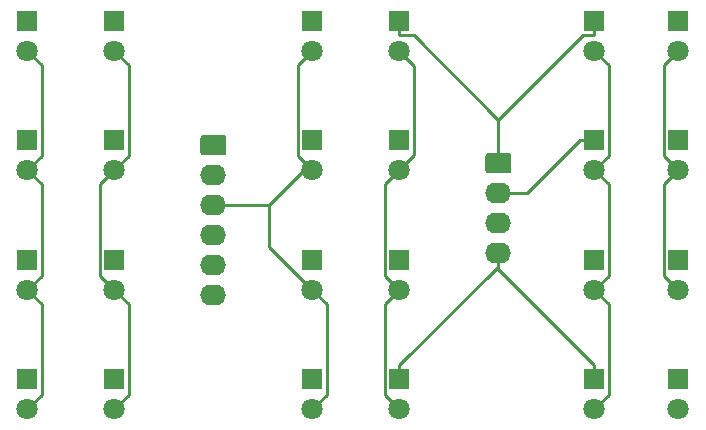
<source format=gbr>
G04 #@! TF.GenerationSoftware,KiCad,Pcbnew,(5.1.5-0-10_14)*
G04 #@! TF.CreationDate,2020-06-21T14:20:04+10:00*
G04 #@! TF.ProjectId,Caution_Light_Panel,43617574-696f-46e5-9f4c-696768745f50,rev?*
G04 #@! TF.SameCoordinates,Original*
G04 #@! TF.FileFunction,Copper,L2,Bot*
G04 #@! TF.FilePolarity,Positive*
%FSLAX46Y46*%
G04 Gerber Fmt 4.6, Leading zero omitted, Abs format (unit mm)*
G04 Created by KiCad (PCBNEW (5.1.5-0-10_14)) date 2020-06-21 14:20:04*
%MOMM*%
%LPD*%
G04 APERTURE LIST*
%ADD10O,2.200000X1.740000*%
%ADD11C,0.100000*%
%ADD12C,1.800000*%
%ADD13R,1.800000X1.800000*%
%ADD14C,0.228600*%
G04 APERTURE END LIST*
D10*
X135382000Y-96774000D03*
X135382000Y-94234000D03*
X135382000Y-91694000D03*
X135382000Y-89154000D03*
X135382000Y-86614000D03*
G04 #@! TA.AperFunction,ComponentPad*
D11*
G36*
X136256505Y-83205204D02*
G01*
X136280773Y-83208804D01*
X136304572Y-83214765D01*
X136327671Y-83223030D01*
X136349850Y-83233520D01*
X136370893Y-83246132D01*
X136390599Y-83260747D01*
X136408777Y-83277223D01*
X136425253Y-83295401D01*
X136439868Y-83315107D01*
X136452480Y-83336150D01*
X136462970Y-83358329D01*
X136471235Y-83381428D01*
X136477196Y-83405227D01*
X136480796Y-83429495D01*
X136482000Y-83453999D01*
X136482000Y-84694001D01*
X136480796Y-84718505D01*
X136477196Y-84742773D01*
X136471235Y-84766572D01*
X136462970Y-84789671D01*
X136452480Y-84811850D01*
X136439868Y-84832893D01*
X136425253Y-84852599D01*
X136408777Y-84870777D01*
X136390599Y-84887253D01*
X136370893Y-84901868D01*
X136349850Y-84914480D01*
X136327671Y-84924970D01*
X136304572Y-84933235D01*
X136280773Y-84939196D01*
X136256505Y-84942796D01*
X136232001Y-84944000D01*
X134531999Y-84944000D01*
X134507495Y-84942796D01*
X134483227Y-84939196D01*
X134459428Y-84933235D01*
X134436329Y-84924970D01*
X134414150Y-84914480D01*
X134393107Y-84901868D01*
X134373401Y-84887253D01*
X134355223Y-84870777D01*
X134338747Y-84852599D01*
X134324132Y-84832893D01*
X134311520Y-84811850D01*
X134301030Y-84789671D01*
X134292765Y-84766572D01*
X134286804Y-84742773D01*
X134283204Y-84718505D01*
X134282000Y-84694001D01*
X134282000Y-83453999D01*
X134283204Y-83429495D01*
X134286804Y-83405227D01*
X134292765Y-83381428D01*
X134301030Y-83358329D01*
X134311520Y-83336150D01*
X134324132Y-83315107D01*
X134338747Y-83295401D01*
X134355223Y-83277223D01*
X134373401Y-83260747D01*
X134393107Y-83246132D01*
X134414150Y-83233520D01*
X134436329Y-83223030D01*
X134459428Y-83214765D01*
X134483227Y-83208804D01*
X134507495Y-83205204D01*
X134531999Y-83204000D01*
X136232001Y-83204000D01*
X136256505Y-83205204D01*
G37*
G04 #@! TD.AperFunction*
D10*
X159512000Y-93218000D03*
X159512000Y-90678000D03*
X159512000Y-88138000D03*
G04 #@! TA.AperFunction,ComponentPad*
D11*
G36*
X160386505Y-84729204D02*
G01*
X160410773Y-84732804D01*
X160434572Y-84738765D01*
X160457671Y-84747030D01*
X160479850Y-84757520D01*
X160500893Y-84770132D01*
X160520599Y-84784747D01*
X160538777Y-84801223D01*
X160555253Y-84819401D01*
X160569868Y-84839107D01*
X160582480Y-84860150D01*
X160592970Y-84882329D01*
X160601235Y-84905428D01*
X160607196Y-84929227D01*
X160610796Y-84953495D01*
X160612000Y-84977999D01*
X160612000Y-86218001D01*
X160610796Y-86242505D01*
X160607196Y-86266773D01*
X160601235Y-86290572D01*
X160592970Y-86313671D01*
X160582480Y-86335850D01*
X160569868Y-86356893D01*
X160555253Y-86376599D01*
X160538777Y-86394777D01*
X160520599Y-86411253D01*
X160500893Y-86425868D01*
X160479850Y-86438480D01*
X160457671Y-86448970D01*
X160434572Y-86457235D01*
X160410773Y-86463196D01*
X160386505Y-86466796D01*
X160362001Y-86468000D01*
X158661999Y-86468000D01*
X158637495Y-86466796D01*
X158613227Y-86463196D01*
X158589428Y-86457235D01*
X158566329Y-86448970D01*
X158544150Y-86438480D01*
X158523107Y-86425868D01*
X158503401Y-86411253D01*
X158485223Y-86394777D01*
X158468747Y-86376599D01*
X158454132Y-86356893D01*
X158441520Y-86335850D01*
X158431030Y-86313671D01*
X158422765Y-86290572D01*
X158416804Y-86266773D01*
X158413204Y-86242505D01*
X158412000Y-86218001D01*
X158412000Y-84977999D01*
X158413204Y-84953495D01*
X158416804Y-84929227D01*
X158422765Y-84905428D01*
X158431030Y-84882329D01*
X158441520Y-84860150D01*
X158454132Y-84839107D01*
X158468747Y-84819401D01*
X158485223Y-84801223D01*
X158503401Y-84784747D01*
X158523107Y-84770132D01*
X158544150Y-84757520D01*
X158566329Y-84747030D01*
X158589428Y-84738765D01*
X158613227Y-84732804D01*
X158637495Y-84729204D01*
X158661999Y-84728000D01*
X160362001Y-84728000D01*
X160386505Y-84729204D01*
G37*
G04 #@! TD.AperFunction*
D12*
X174752000Y-106420000D03*
D13*
X174752000Y-103880000D03*
D12*
X174752000Y-96310400D03*
D13*
X174752000Y-93770400D03*
D12*
X174752000Y-86200400D03*
D13*
X174752000Y-83660400D03*
D12*
X174752000Y-76100400D03*
D13*
X174752000Y-73560400D03*
D12*
X167640000Y-106420000D03*
D13*
X167640000Y-103880000D03*
D12*
X167640000Y-96310400D03*
D13*
X167640000Y-93770400D03*
D12*
X167640000Y-86200400D03*
D13*
X167640000Y-83660400D03*
D12*
X167640000Y-76100400D03*
D13*
X167640000Y-73560400D03*
D12*
X151130000Y-106420000D03*
D13*
X151130000Y-103880000D03*
D12*
X151130000Y-96310400D03*
D13*
X151130000Y-93770400D03*
D12*
X151130000Y-86200400D03*
D13*
X151130000Y-83660400D03*
D12*
X151130000Y-76100400D03*
D13*
X151130000Y-73560400D03*
D12*
X143764000Y-106420000D03*
D13*
X143764000Y-103880000D03*
D12*
X143764000Y-96310400D03*
D13*
X143764000Y-93770400D03*
D12*
X143764000Y-86200400D03*
D13*
X143764000Y-83660400D03*
D12*
X143764000Y-76100400D03*
D13*
X143764000Y-73560400D03*
D12*
X127000000Y-106420000D03*
D13*
X127000000Y-103880000D03*
D12*
X127000000Y-96310400D03*
D13*
X127000000Y-93770400D03*
D12*
X127000000Y-86200400D03*
D13*
X127000000Y-83660400D03*
D12*
X127000000Y-76100400D03*
D13*
X127000000Y-73560400D03*
D12*
X119634000Y-106420000D03*
D13*
X119634000Y-103880000D03*
D12*
X119634000Y-96310400D03*
D13*
X119634000Y-93770400D03*
D12*
X119634000Y-86200400D03*
D13*
X119634000Y-83660400D03*
D12*
X119634000Y-76100400D03*
D13*
X119634000Y-73560400D03*
D14*
X151130000Y-73560400D02*
X151130000Y-74752800D01*
X159512000Y-81942400D02*
X159512000Y-85598000D01*
X151130000Y-74752800D02*
X152322400Y-74752800D01*
X152322400Y-74752800D02*
X159512000Y-81942400D01*
X167640000Y-74752800D02*
X166701600Y-74752800D01*
X166701600Y-74752800D02*
X159512000Y-81942400D01*
X167640000Y-73560400D02*
X167640000Y-74752800D01*
X119634000Y-96310400D02*
X120826500Y-97502900D01*
X120826500Y-97502900D02*
X120826500Y-105227500D01*
X120826500Y-105227500D02*
X119634000Y-106420000D01*
X119634000Y-86200400D02*
X120826500Y-87392900D01*
X120826500Y-87392900D02*
X120826500Y-95117900D01*
X120826500Y-95117900D02*
X119634000Y-96310400D01*
X119634000Y-76100400D02*
X120826500Y-77292900D01*
X120826500Y-77292900D02*
X120826500Y-85007900D01*
X120826500Y-85007900D02*
X119634000Y-86200400D01*
X167640000Y-83660400D02*
X166447600Y-83660400D01*
X159512000Y-88138000D02*
X161970000Y-88138000D01*
X161970000Y-88138000D02*
X166447600Y-83660400D01*
X167640000Y-103880000D02*
X167640000Y-102687600D01*
X167640000Y-102687600D02*
X159512000Y-94559600D01*
X159512000Y-94559600D02*
X159512000Y-94380400D01*
X159512000Y-93218000D02*
X159512000Y-94380400D01*
X151130000Y-103880000D02*
X151130000Y-102687600D01*
X151130000Y-102687600D02*
X159437200Y-94380400D01*
X159437200Y-94380400D02*
X159512000Y-94380400D01*
X127000000Y-86200400D02*
X125807500Y-87392900D01*
X125807500Y-87392900D02*
X125807500Y-95117900D01*
X125807500Y-95117900D02*
X127000000Y-96310400D01*
X127000000Y-76100400D02*
X128192500Y-77292900D01*
X128192500Y-77292900D02*
X128192500Y-85007900D01*
X128192500Y-85007900D02*
X127000000Y-86200400D01*
X127000000Y-96310400D02*
X128192500Y-97502900D01*
X128192500Y-97502900D02*
X128192500Y-105227500D01*
X128192500Y-105227500D02*
X127000000Y-106420000D01*
X143412500Y-85848800D02*
X143764000Y-86200400D01*
X143764000Y-76100400D02*
X142571500Y-77292900D01*
X142571500Y-77292900D02*
X142571500Y-85007900D01*
X142571500Y-85007900D02*
X143412500Y-85848800D01*
X143412500Y-85848800D02*
X140107300Y-89154000D01*
X140107300Y-89154000D02*
X140107300Y-92653700D01*
X140107300Y-92653700D02*
X143764000Y-96310400D01*
X135382000Y-89154000D02*
X140107300Y-89154000D01*
X143764000Y-96310400D02*
X144956500Y-97502900D01*
X144956500Y-97502900D02*
X144956500Y-105227500D01*
X144956500Y-105227500D02*
X143764000Y-106420000D01*
X151130000Y-86200400D02*
X149937500Y-87392900D01*
X149937500Y-87392900D02*
X149937500Y-95117900D01*
X149937500Y-95117900D02*
X151130000Y-96310400D01*
X151130000Y-96310400D02*
X149937500Y-97502900D01*
X149937500Y-97502900D02*
X149937500Y-105227500D01*
X149937500Y-105227500D02*
X151130000Y-106420000D01*
X151130000Y-76100400D02*
X152393300Y-77363700D01*
X152393300Y-77363700D02*
X152393300Y-84937100D01*
X152393300Y-84937100D02*
X151130000Y-86200400D01*
X167640000Y-96310400D02*
X168832500Y-97502900D01*
X168832500Y-97502900D02*
X168832500Y-105227500D01*
X168832500Y-105227500D02*
X167640000Y-106420000D01*
X167640000Y-86200400D02*
X168832500Y-87392900D01*
X168832500Y-87392900D02*
X168832500Y-95117900D01*
X168832500Y-95117900D02*
X167640000Y-96310400D01*
X167640000Y-76100400D02*
X168832500Y-77292900D01*
X168832500Y-77292900D02*
X168832500Y-85007900D01*
X168832500Y-85007900D02*
X167640000Y-86200400D01*
X174752000Y-86200400D02*
X173559500Y-87392900D01*
X173559500Y-87392900D02*
X173559500Y-95117900D01*
X173559500Y-95117900D02*
X174752000Y-96310400D01*
X174752000Y-76100400D02*
X173559500Y-77292900D01*
X173559500Y-77292900D02*
X173559500Y-85007900D01*
X173559500Y-85007900D02*
X174752000Y-86200400D01*
M02*

</source>
